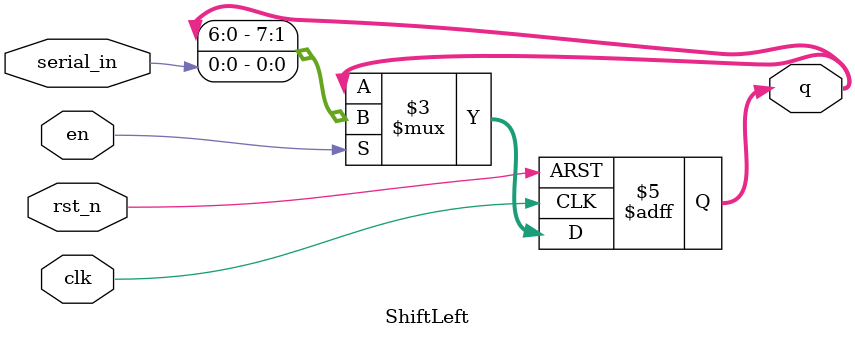
<source format=sv>
module ShiftLeft #(parameter WIDTH=8) (
    input clk, rst_n, en, serial_in,
    output reg [WIDTH-1:0] q
);
always @(posedge clk or negedge rst_n) begin
    if (!rst_n) q <= 0;
    else if (en) q <= {q[WIDTH-2:0], serial_in};
end
endmodule

</source>
